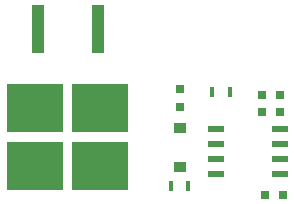
<source format=gtp>
G04 #@! TF.FileFunction,Paste,Top*
%FSLAX46Y46*%
G04 Gerber Fmt 4.6, Leading zero omitted, Abs format (unit mm)*
G04 Created by KiCad (PCBNEW 4.0.7) date Tuesday, 26 September 2017 'PMt' 23:25:46*
%MOMM*%
%LPD*%
G01*
G04 APERTURE LIST*
%ADD10C,0.100000*%
%ADD11R,0.720000X0.675000*%
%ADD12R,0.675000X0.720000*%
%ADD13R,1.080000X0.810000*%
%ADD14R,0.990000X4.140000*%
%ADD15R,4.725000X4.095000*%
%ADD16R,0.450000X0.810000*%
%ADD17R,1.395000X0.540000*%
G04 APERTURE END LIST*
D10*
D11*
X155750000Y-106000000D03*
X154250000Y-106000000D03*
D12*
X147250000Y-104000000D03*
X147250000Y-105500000D03*
D11*
X155750000Y-104500000D03*
X154250000Y-104500000D03*
X156000000Y-113000000D03*
X154500000Y-113000000D03*
D13*
X147250000Y-110650000D03*
X147250000Y-107350000D03*
D14*
X140315000Y-98925000D03*
X135235000Y-98925000D03*
D15*
X135000000Y-110500000D03*
X140550000Y-105650000D03*
X140550000Y-110500000D03*
X135000000Y-105650000D03*
D16*
X146500000Y-112250000D03*
X148000000Y-112250000D03*
X151500000Y-104250000D03*
X150000000Y-104250000D03*
D17*
X150350000Y-107440000D03*
X150350000Y-108710000D03*
X150350000Y-109980000D03*
X150350000Y-111250000D03*
X155750000Y-111250000D03*
X155750000Y-109980000D03*
X155750000Y-108710000D03*
X155750000Y-107440000D03*
M02*

</source>
